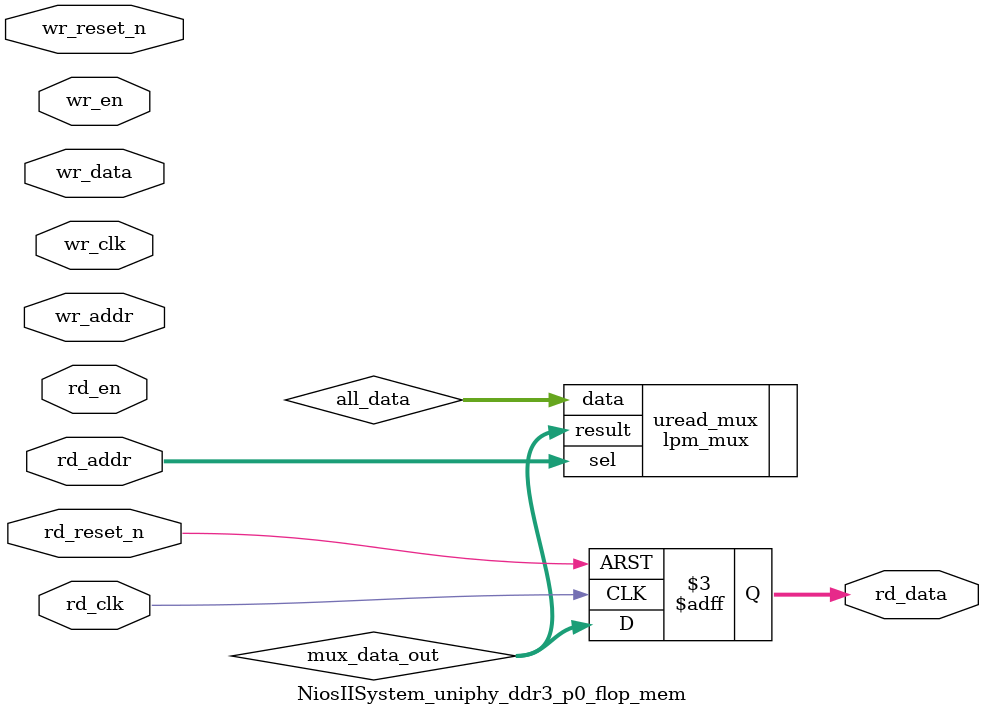
<source format=v>



`timescale 1 ps / 1 ps

(* altera_attribute = "-name ALLOW_SYNCH_CTRL_USAGE ON;-name AUTO_CLOCK_ENABLE_RECOGNITION ON" *)
module NiosIISystem_uniphy_ddr3_p0_flop_mem(
	wr_reset_n,
	wr_clk,
	wr_en,
	wr_addr,
	wr_data,
	rd_reset_n,
	rd_clk,
	rd_en,
	rd_addr,
	rd_data
);

parameter WRITE_MEM_DEPTH	= "";
parameter WRITE_ADDR_WIDTH	= "";
parameter WRITE_DATA_WIDTH	= "";
parameter READ_MEM_DEPTH	= "";
parameter READ_ADDR_WIDTH	= "";		 
parameter READ_DATA_WIDTH	= "";


input	wr_reset_n;
input	wr_clk;
input	wr_en;
input	[WRITE_ADDR_WIDTH-1:0] wr_addr;
input	[WRITE_DATA_WIDTH-1:0] wr_data;
input	rd_reset_n;
input	rd_clk;
input	rd_en;
input	[READ_ADDR_WIDTH-1:0] rd_addr;
output	[READ_DATA_WIDTH-1:0] rd_data;



wire	[WRITE_DATA_WIDTH*WRITE_MEM_DEPTH-1:0] all_data;
wire	[READ_DATA_WIDTH-1:0] mux_data_out;



// declare a memory with WRITE_MEM_DEPTH entries
// each entry contains a data size of WRITE_DATA_WIDTH
reg	[WRITE_DATA_WIDTH-1:0] data_stored [0:WRITE_MEM_DEPTH-1] /* synthesis syn_preserve = 1 */;
reg	[READ_DATA_WIDTH-1:0] rd_data;

generate
genvar entry;
	for (entry=0; entry < WRITE_MEM_DEPTH; entry=entry+1)
	begin: mem_location
		assign all_data[(WRITE_DATA_WIDTH*(entry+1)-1) : (WRITE_DATA_WIDTH*entry)] = data_stored[entry]; 
		
		always @(posedge wr_clk or negedge wr_reset_n)
		begin
			if (~wr_reset_n) begin
				data_stored[entry] <= {WRITE_DATA_WIDTH{1'b0}};
			end else begin
				if (wr_en) begin
					if (entry == wr_addr) begin
						data_stored[entry] <= wr_data;
					end
				end
			end
		end		
	end
endgenerate

// mux to select the correct output data based on read address
lpm_mux	uread_mux(
	.sel (rd_addr),
	.data (all_data),
	.result (mux_data_out)
	// synopsys translate_off
	,
	.aclr (),
	.clken (),
	.clock ()
	// synopsys translate_on
	);
 defparam uread_mux.lpm_size = READ_MEM_DEPTH;
 defparam uread_mux.lpm_type = "LPM_MUX";
 defparam uread_mux.lpm_width = READ_DATA_WIDTH;
 defparam uread_mux.lpm_widths = READ_ADDR_WIDTH;

always @(posedge rd_clk or negedge rd_reset_n)	
begin
	if (~rd_reset_n) begin
		rd_data <= {READ_DATA_WIDTH{1'b0}};
	end else begin
		rd_data <= mux_data_out;
	end
end

endmodule

</source>
